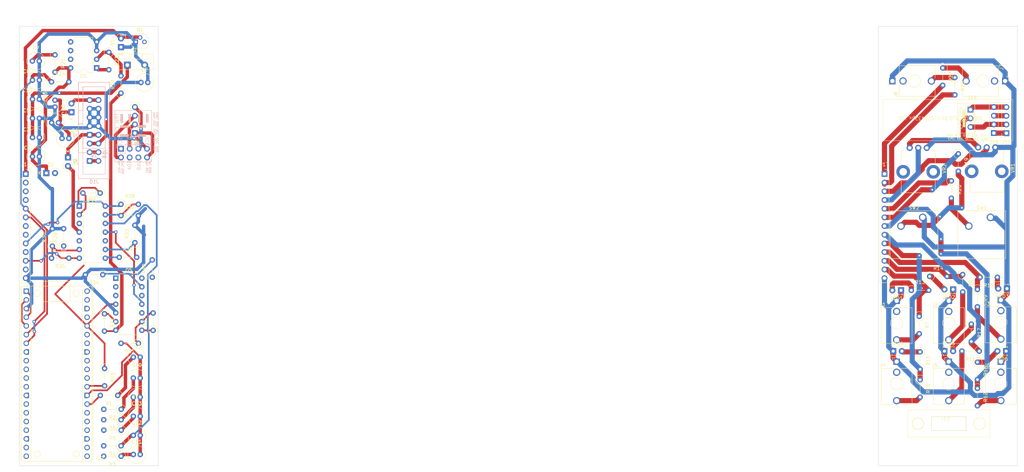
<source format=kicad_pcb>
(kicad_pcb (version 20221018) (generator pcbnew)
  (layers (0 "F.Cu" signal) (31 "B.Cu" signal) (34 "B.Paste" user) (35 "F.Paste" user) (36 "B.SilkS" user "B.Silkscreen") (37 "F.SilkS" user "F.Silkscreen") (38 "B.Mask" user) (39 "F.Mask" user) (44 "Edge.Cuts" user))
  (net 0 "")
  (net 1 "-12V")
  (net 2 "Net-(O3A-+)")
  (net 3 "Net-(O5C-+)")
  (net 4 "Net-(O3D-+)")
  (net 5 "Net-(O3C-+)")
  (net 6 "Net-(O5D-+)")
  (net 7 "Net-(D2-K)")
  (net 8 "Net-(D3-K)")
  (net 9 "Net-(D4-A)")
  (net 10 "Net-(J1-PadT)")
  (net 12 "Net-(J2-PadT)")
  (net 14 "Net-(J3-PadT)")
  (net 16 "Net-(J4-PadT)")
  (net 18 "Net-(J5-PadT)")
  (net 20 "Net-(J6-PadT)")
  (net 22 "Net-(J7-PadT)")
  (net 24 "Net-(J8-PadT)")
  (net 26 "Net-(LED1-A)")
  (net 27 "Net-(LED2-A)")
  (net 28 "Net-(LED3-A)")
  (net 29 "Net-(LED4-A)")
  (net 30 "Net-(LED5-A)")
  (net 31 "Net-(LED6-A)")
  (net 32 "GP26")
  (net 33 "Net-(O1A--)")
  (net 37 "Net-(O3A--)")
  (net 38 "Net-(O3B--)")
  (net 39 "Net-(O3C--)")
  (net 40 "Net-(O3D--)")
  (net 41 "Net-(O5-Pad7)")
  (net 42 "Net-(O5C--)")
  (net 43 "Net-(O5D--)")
  (net 44 "GP22")
  (net 45 "GP21")
  (net 46 "GP20")
  (net 47 "GP16")
  (net 48 "GP17")
  (net 49 "GP18")
  (net 50 "GP19")
  (net 51 "Net-(R19-Pad2)")
  (net 52 "Net-(R20-Pad2)")
  (net 67 "Net-(O3B-+)")
  (net 68 "CJD")
  (net 69 "CK1")
  (net 70 "CK2")
  (net 71 "CJ1")
  (net 72 "CJ2")
  (net 73 "CJ3")
  (net 74 "CJ4")
  (net 75 "CJ5")
  (net 76 "CJ6")
  (net 77 "CJA")
  (net 78 "CS2")
  (net 79 "CS1")
  (net 80 "CPC_GND")
  (net 81 "CPC_VCC")
  (net 82 "TPH VCC {slash} CPC SDA")
  (net 83 "TPH GND {slash} CPC SCL")
  (net 84 "TPH SDA {slash} CPC VCC")
  (net 85 "TPH SCL {slash} CPC GND")
  (net 86 "CPC_SCL")
  (net 87 "CPC_SDA")
  (net 88 "Net-(J10-Pin_1)")
  (net 89 "+5V")
  (net 90 "Net-(J10-Pin_3)")
  (net 91 "~")
  (footprint "Resistor_THT:R_Axial_DIN0207_L6.3mm_D2.5mm_P5.08mm_Vertical" (layer "F.Cu") (at 202.438 131.289 -90)
    (fp_text reference "R16")
    (fp_text value "4K7")
  )
  (footprint "Capacitor_THT:C_Radial_D5.0mm_H11.0mm_P2.00mm" (layer "F.Cu") (at -57.118 68.58)
    (fp_text reference "C3")
    (fp_text value "100nF")
  )
  (footprint "Resistor_THT:R_Axial_DIN0207_L6.3mm_D2.5mm_P5.08mm_Vertical" (layer "F.Cu") (at -31.213 161.798 180)
    (fp_text reference "R3")
    (fp_text value "1K")
  )
  (footprint "Library:OLED_switch_TPH-CPC_VCC+3v" (layer "F.Cu") (at 217.17 60.452)
    (fp_text reference "J14")
    (fp_text value "Conn_01x03_Pin")
  )
  (footprint "Resistor_THT:R_Axial_DIN0207_L6.3mm_D2.5mm_P5.08mm_Vertical" (layer "F.Cu") (at -26.162 128.778 180)
    (fp_text reference "R31")
    (fp_text value "100K")
  )
  (footprint "Resistor_THT:R_Axial_DIN0207_L6.3mm_D2.5mm_P5.08mm_Vertical" (layer "F.Cu") (at 217.424 123.161 -90)
    (fp_text reference "R17")
    (fp_text value "4K7")
  )
  (footprint "Resistor_THT:R_Axial_DIN0207_L6.3mm_D2.5mm_P5.08mm_Vertical" (layer "F.Cu") (at -46.482 103.886 180)
    (fp_text reference "R36")
    (fp_text value "220K")
  )
  (footprint "Resistor_THT:R_Axial_DIN0207_L6.3mm_D2.5mm_P5.08mm_Vertical" (layer "F.Cu") (at 211.582 81.28 -90)
    (fp_text reference "R20")
    (fp_text value "1K")
  )
  (footprint "Connector_Audio:Jack_3.5mm_QingPu_WQP-PJ398SM_Vertical_CircularHoles" (layer "F.Cu") (at 194.34 52.07 90)
    (fp_text reference "J8")
    (fp_text value "Analogue Input Jack")
  )
  (footprint "Capacitor_THT:C_Radial_D5.0mm_H11.0mm_P2.00mm" (layer "F.Cu") (at -27.625 155.702)
    (fp_text reference "C12")
    (fp_text value "100nF")
  )
  (footprint "Connector_Audio:Jack_3.5mm_QingPu_WQP-PJ398SM_Vertical_CircularHoles" (layer "F.Cu") (at 195.58 134.142)
    (fp_text reference "J4")
    (fp_text value "Output 4 Jack")
  )
  (footprint "Resistor_THT:R_Axial_DIN0207_L6.3mm_D2.5mm_P5.08mm_Vertical" (layer "F.Cu") (at -21.844 124.997 90)
    (fp_text reference "R37")
    (fp_text value "220K")
  )
  (footprint "Connector_PinSocket_2.54mm:PinSocket_1x04_P2.54mm_Vertical" (layer "F.Cu") (at -27.178 67.31 180)
    (fp_text reference "J18")
    (fp_text value "Conn_01x04_Pin")
  )
  (footprint "Capacitor_THT:C_Radial_D5.0mm_H11.0mm_P2.00mm" (layer "F.Cu") (at -27.625 132.842)
    (fp_text reference "C9")
    (fp_text value "100nF")
  )
  (footprint "Resistor_THT:R_Axial_DIN0207_L6.3mm_D2.5mm_P5.08mm_Vertical" (layer "F.Cu") (at -31.213 158.75 180)
    (fp_text reference "R4")
    (fp_text value "1K")
  )
  (footprint "LED_THT:LED_D1.8mm_W3.3mm_H2.4mm" (layer "F.Cu") (at 227.589 131.064 180)
    (fp_text reference "LED6")
    (fp_text value "LED")
  )
  (footprint "Capacitor_THT:C_Radial_D5.0mm_H11.0mm_P2.00mm" (layer "F.Cu") (at -25.4 52.501)
    (fp_text reference "C2")
    (fp_text value "1uF")
  )
  (footprint "Connector_PinSocket_2.54mm:PinSocket_1x13_P2.54mm_Vertical" (layer "F.Cu") (at -59.092691 79.248)
    (fp_text reference "J11")
    (fp_text value "Conn_01x13_Socket")
  )
  (footprint "Resistor_THT:R_Axial_DIN0207_L6.3mm_D2.5mm_P5.08mm_Vertical" (layer "F.Cu") (at 199.869 113.284)
    (fp_text reference "R13")
    (fp_text value "4K7")
  )
  (footprint "Diode_THT:D_A-405_P2.54mm_Vertical_KathodeUp" (layer "F.Cu") (at -46.736 74.422 -90)
    (fp_text reference "D4")
    (fp_text value "type=\"D\" model=\"DIODE\" lib=\"\"")
  )
  (footprint "Package_TO_SOT_THT:TO-220-2_Vertical" (layer "F.Cu") (at -29.391 47.421)
    (fp_text reference "U1")
    (fp_text value "L7805")
  )
  (footprint "Resistor_THT:R_Axial_DIN0207_L6.3mm_D2.5mm_P5.08mm_Vertical" (layer "F.Cu") (at 219.739 131.064 180)
    (fp_text reference "R11")
    (fp_text value "1K")
  )
  (footprint "Resistor_THT:R_Axial_DIN0207_L6.3mm_D2.5mm_P5.08mm_Vertical" (layer "F.Cu") (at -37.309 84.836 180)
    (fp_text reference "R35")
    (fp_text value "220K")
  )
  (footprint "Resistor_THT:R_Axial_DIN0207_L6.3mm_D2.5mm_P5.08mm_Vertical" (layer "F.Cu") (at -31.184 154.178 180)
    (fp_text reference "R5")
    (fp_text value "1K")
  )
  (footprint "Capacitor_THT:C_Radial_D5.0mm_H11.0mm_P2.00mm" (layer "F.Cu") (at -57.118 51.816)
    (fp_text reference "C8")
    (fp_text value "100nF")
  )
  (footprint "Capacitor_THT:C_Radial_D5.0mm_H11.0mm_P2.00mm" (layer "F.Cu") (at -27.625 161.29)
    (fp_text reference "C11")
    (fp_text value "100nF")
  )
  (footprint "Capacitor_THT:C_Radial_D5.0mm_H11.0mm_P2.00mm" (layer "F.Cu") (at -57.118 57.404)
    (fp_text reference "C15")
    (fp_text value "10uF")
  )
  (footprint "Connector_Audio:Jack_3.5mm_QingPu_WQP-PJ398SM_Vertical_CircularHoles" (layer "F.Cu") (at 210.82 116.362)
    (fp_text reference "J2")
    (fp_text value "Output 2 Jack")
  )
  (footprint "Resistor_THT:R_Axial_DIN0207_L6.3mm_D2.5mm_P5.08mm_Vertical" (layer "F.Cu") (at -36.039 136.144 -90)
    (fp_text reference "R26")
    (fp_text value "10K")
  )
  (footprint "Resistor_THT:R_Axial_DIN0207_L6.3mm_D2.5mm_P5.08mm_Vertical" (layer "F.Cu") (at 219.202 134.308 -90)
    (fp_text reference "R18")
    (fp_text value "4K7")
  )
  (footprint "Button_Switch_Keyboard:SW_Cherry_MX_1.00u_PCB" (layer "F.Cu") (at 203.2 91.948)
    (fp_text reference "SW2")
    (fp_text value "SW_Push")
  )
  (footprint "Resistor_THT:R_Axial_DIN0207_L6.3mm_D2.5mm_P5.08mm_Vertical" (layer "F.Cu") (at -32.2 144.018 180)
    (fp_text reference "R1")
    (fp_text value "1K")
  )
  (footprint "Library:RaspberryPi_Pico_Common_THT" (layer "F.Cu") (at -50.038 137.668)
    (fp_text reference "U2")
    (fp_text value "PICO_RP2040")
  )
  (footprint "Resistor_THT:R_Axial_DIN0207_L6.3mm_D2.5mm_P5.08mm_Vertical" (layer "F.Cu") (at -51.562 52.324)
    (fp_text reference "R24")
    (fp_text value "10K")
  )
  (footprint "Capacitor_THT:C_Radial_D5.0mm_H11.0mm_P2.00mm" (layer "F.Cu") (at -27.625 150.114)
    (fp_text reference "C13")
    (fp_text value "100nF")
  )
  (footprint "Resistor_THT:R_Axial_DIN0207_L6.3mm_D2.5mm_P5.08mm_Vertical" (layer "F.Cu") (at 213.614 73.377 -90)
    (fp_text reference "R19")
    (fp_text value "1K")
  )
  (footprint "Connector_Audio:Jack_3.5mm_QingPu_WQP-PJ398SM_Vertical_CircularHoles" (layer "F.Cu") (at 227.3 52.07 -90)
    (fp_text reference "J7")
    (fp_text value "Digital Input Jack")
  )
  (footprint "Capacitor_THT:C_Radial_D5.0mm_H11.0mm_P2.00mm" (layer "F.Cu") (at -51.53 64.278)
    (fp_text reference "C4")
    (fp_text value "100nF")
  )
  (footprint "Capacitor_THT:C_Radial_D5.0mm_H11.0mm_P2.00mm" (layer "F.Cu") (at -48.482 68.85)
    (fp_text reference "C6")
    (fp_text value "100nF")
  )
  (footprint "Resistor_THT:R_Axial_DIN0207_L6.3mm_D2.5mm_P5.08mm_Vertical" (layer "F.Cu") (at -50.546 44.421 -90)
    (fp_text reference "R25")
    (fp_text value "10K")
  )
  (footprint "Resistor_THT:R_Axial_DIN0207_L6.3mm_D2.5mm_P5.08mm_Vertical" (layer "F.Cu") (at -27.178 99.343 90)
    (fp_text reference "R33")
    (fp_text value "100K")
  )
  (footprint "Resistor_THT:R_Axial_DIN0207_L6.3mm_D2.5mm_P5.08mm_Vertical" (layer "F.Cu") (at -31.184 148.082 180)
    (fp_text reference "R2")
    (fp_text value "1K")
  )
  (footprint "Resistor_THT:R_Axial_DIN0207_L6.3mm_D2.5mm_P5.08mm_Vertical" (layer "F.Cu") (at -31.213 151.13 180)
    (fp_text reference "R6")
    (fp_text value "1K")
  )
  (footprint "Resistor_THT:R_Axial_DIN0207_L6.3mm_D2.5mm_P5.08mm_Vertical" (layer "F.Cu") (at -31.242 91.44)
    (fp_text reference "R32")
    (fp_text value "100K")
  )
  (footprint "Connector_Audio:Jack_3.5mm_QingPu_WQP-PJ398SM_Vertical_CircularHoles" (layer "F.Cu") (at 195.58 116.362)
    (fp_text reference "J1")
    (fp_text value "Output 1 Jack")
  )
  (footprint "Library:USBmicroB_panelMount" (layer "F.Cu") (at 210.82 152.273)
    (fp_text reference "J13")
    (fp_text value "USB_B_Micro")
    (fp_rect (start -5.08 -2.032) (end 5.08 2.032) (stroke (width 0.05)) (fill none) (layer "Edge.Cuts"))
  )
  (footprint "Resistor_THT:R_Axial_DIN0207_L6.3mm_D2.5mm_P5.08mm_Vertical" (layer "F.Cu") (at -31.75 103.632)
    (fp_text reference "R39")
    (fp_text value "220K")
  )
  (footprint "Diode_THT:D_A-405_P2.54mm_Vertical_KathodeUp" (layer "F.Cu") (at -31.242 42.164 90)
    (fp_text reference "D1")
    (fp_text value "type=\"D\" model=\"DIODE\" lib=\"\"")
  )
  (footprint "Connector_PinSocket_2.54mm:PinSocket_1x04_P2.54mm_Vertical" (layer "F.Cu") (at 224.003 67.31 180)
    (fp_text reference "J19")
    (fp_text value "Conn_01x04_Socket")
  )
  (footprint "LED_THT:LED_D1.8mm_W3.3mm_H2.4mm" (layer "F.Cu") (at 209.545 131.064)
    (fp_text reference "LED5")
    (fp_text value "LED")
  )
  (footprint "Resistor_THT:R_Axial_DIN0207_L6.3mm_D2.5mm_P5.08mm_Vertical" (layer "F.Cu") (at -22.098 109.474 90)
    (fp_text reference "R40")
    (fp_text value "220K")
  )
  (footprint "Diode_THT:D_A-405_P2.54mm_Vertical_KathodeUp" (layer "F.Cu") (at -45.72 61.19 90)
    (fp_text reference "D3")
    (fp_text value "type=\"D\" model=\"DIODE\" lib=\"\"")
  )
  (footprint "Connector_Audio:Jack_3.5mm_QingPu_WQP-PJ398SM_Vertical_CircularHoles" (layer "F.Cu") (at 226.06 116.14)
    (fp_text reference "J3")
    (fp_text value "Output 3 Jack")
  )
  (footprint "Connector_PinSocket_2.54mm:PinSocket_1x13_P2.54mm_Vertical" (layer "F.Cu") (at 192.024 79.248)
    (fp_text reference "J17")
    (fp_text value "Conn_01x13_Pin")
  )
  (footprint "Resistor_THT:R_Axial_DIN0207_L6.3mm_D2.5mm_P5.08mm_Vertical" (layer "F.Cu") (at -36.576 108.712 180)
    (fp_text reference "R34")
    (fp_text value "100K")
  )
  (footprint "Resistor_THT:R_Axial_DIN0207_L6.3mm_D2.5mm_P5.08mm_Vertical" (layer "F.Cu") (at 214.884 108.683 -90)
    (fp_text reference "R8")
    (fp_text value "1K")
  )
  (footprint "Resistor_THT:R_Axial_DIN0207_L6.3mm_D2.5mm_P5.08mm_Vertical" (layer "F.Cu") (at 212.598 51.054 -90)
    (fp_text reference "R28")
    (fp_text value "100K")
  )
  (footprint "Resistor_THT:R_Axial_DIN0207_L6.3mm_D2.5mm_P5.08mm_Vertical" (layer "F.Cu") (at 202.438 139.446 -90)
    (fp_text reference "R10")
    (fp_text value "1K")
  )
  (footprint "Package_DIP:DIP-14_W7.62mm" (layer "F.Cu") (at -32.766 109.728)
    (fp_text reference "O5")
    (fp_text value "TL074-2")
  )
  (footprint "Package_DIP:DIP-14_W7.62mm" (layer "F.Cu") (at -43.434 88.646)
    (fp_text reference "O3")
    (fp_text value "TL074-1")
  )
  (footprint "Button_Switch_Keyboard:SW_Cherry_MX_1.00u_PCB" (layer "F.Cu") (at 223.012 91.948)
    (fp_text reference "SW1")
    (fp_text value "SW_Push")
  )
  (footprint "Package_TO_SOT_THT:TO-92" (layer "F.Cu") (at -26.924 40.64)
    (fp_text reference "Q1")
    (fp_text value "2N2222")
  )
  (footprint "Capacitor_THT:C_Radial_D5.0mm_H11.0mm_P2.00mm" (layer "F.Cu") (at -57.118 62.992)
    (fp_text reference "C5")
    (fp_text value "100nF")
  )
  (footprint "Resistor_THT:R_Axial_DIN0207_L6.3mm_D2.5mm_P5.08mm_Vertical" (layer "F.Cu") (at 209.042 48.26 -90)
    (fp_text reference "R27")
    (fp_text value "100K")
  )
  (footprint "Resistor_THT:R_Axial_DIN0207_L6.3mm_D2.5mm_P5.08mm_Vertical" (layer "F.Cu") (at -51.308 100.359 90)
    (fp_text reference "R30")
    (fp_text value "100K")
  )
  (footprint "Capacitor_THT:C_Radial_D5.0mm_H11.0mm_P2.00mm" (layer "F.Cu") (at -27.625 144.526)
    (fp_text reference "C14")
    (fp_text value "100nF")
  )
  (footprint "Connector_Audio:Jack_3.5mm_QingPu_WQP-PJ398SM_Vertical_CircularHoles" (layer "F.Cu") (at 210.82 134.142)
    (fp_text reference "J5")
    (fp_text value "Output 5 Jack")
  )
  (footprint "Resistor_THT:R_Axial_DIN0207_L6.3mm_D2.5mm_P5.08mm_Vertical" (layer "F.Cu") (at 219.202 113.03 -90)
    (fp_text reference "R9")
    (fp_text value "1K")
  )
  (footprint "Resistor_THT:R_Axial_DIN0207_L6.3mm_D2.5mm_P5.08mm_Vertical" (layer "F.Cu") (at 202.184 120.904 -90)
    (fp_text reference "R7")
    (fp_text value "1K")
  )
  (footprint "Capacitor_THT:C_Radial_D5.0mm_H11.0mm_P2.00mm" (layer "F.Cu") (at -57.118 74.168)
    (fp_text reference "C1")
    (fp_text value "1uF")
  )
  (footprint "Potentiometer_THT:Potentiometer_Bourns_PTV09A-1_Single_Vertical" (layer "F.Cu") (at 219.414 71.486 -90)
    (fp_text reference "VR1")
    (fp_text value "KNOB 1")
  )
  (footprint "Resistor_THT:R_Axial_DIN0207_L6.3mm_D2.5mm_P5.08mm_Vertical" (layer "F.Cu") (at -48.006 100.33 90)
    (fp_text reference "R29")
    (fp_text value "100K")
  )
  (footprint "Resistor_THT:R_Axial_DIN0207_L6.3mm_D2.5mm_P5.08mm_Vertical" (layer "F.Cu") (at -31.242 88.138)
    (fp_text reference "R38")
    (fp_text value "220K")
  )
  (footprint "Capacitor_THT:C_Radial_D5.0mm_H11.0mm_P2.00mm" (layer "F.Cu") (at -50.546 59.69 90)
    (fp_text reference "C16")
    (fp_text value "10uF")
  )
  (footprint "LED_THT:LED_D1.8mm_W3.3mm_H2.4mm" (layer "F.Cu") (at 212.09 113.03 180)
    (fp_text reference "LED2")
    (fp_text value "LED")
  )
  (footprint "Capacitor_THT:C_Radial_D5.0mm_H11.0mm_P2.00mm" (layer "F.Cu") (at -57.143 46.228)
    (fp_text reference "C7")
    (fp_text value "100nF")
  )
  (footprint "Potentiometer_THT:Potentiometer_Bourns_PTV09A-1_Single_Vertical" (layer "F.Cu") (at 199.39 71.628 -90)
    (fp_text reference "VR2")
    (fp_text value "KNOB 2")
  )
  (footprint "Resistor_THT:R_Axial_DIN0207_L6.3mm_D2.5mm_P5.08mm_Vertical" (layer "F.Cu") (at -36.068 120.142 -90)
    (fp_text reference "R21")
    (fp_text value "22K")
  )
  (footprint "Resistor_THT:R_Axial_DIN0207_L6.3mm_D2.5mm_P5.08mm_Vertical" (layer "F.Cu") (at -34.798 43.688 -90)
    (fp_text reference "R23")
    (fp_text value "22K")
  )
  (footprint "Package_DIP:DIP-8_W7.62mm" (layer "F.Cu") (at -38.354 48.26 180)
    (fp_text reference "O1")
    (fp_text value "MCP6002")
  )
  (footprint "Resistor_THT:R_Axial_DIN0207_L6.3mm_D2.5mm_P5.08mm_Vertical" (layer "F.Cu") (at -31.242 55.626 90)
    (fp_text reference "R22")
    (fp_text value "22K")
  )
  (footprint "LED_THT:LED_D1.8mm_W3.3mm_H2.4mm" (layer "F.Cu") (at 194.564 131.064)
    (fp_text reference "LED4")
    (fp_text value "LED")
  )
  (footprint "Capacitor_THT:C_Radial_D5.0mm_H11.0mm_P2.00mm" (layer "F.Cu") (at -27.625 138.938)
    (fp_text reference "C10")
    (fp_text value "100nF")
  )
  (footprint "Library:LCD_OLED_0.91in_128x32px_I2C" (layer "F.Cu") (at 227.661 67.341 180)
    (fp_text reference "J12")
    (fp_text value "OLED 64x128")
  )
  (footprint "Diode_THT:D_A-405_P2.54mm_Vertical_KathodeUp" (layer "F.Cu") (at -53.062 78.994)
    (fp_text reference "D2")
    (fp_text value "type=\"D\" model=\"DIODE\" lib=\"\"")
  )
  (footprint "Connector_Audio:Jack_3.5mm_QingPu_WQP-PJ398SM_Vertical_CircularHoles" (layer "F.Cu") (at 226.06 134.142)
    (fp_text reference "J6")
    (fp_text value "Output 6 Jack")
  )
  (footprint "LED_THT:LED_D1.8mm_W3.3mm_H2.4mm" (layer "F.Cu") (at 227.838 112.776 180)
    (fp_text reference "LED3")
    (fp_text value "LED")
  )
  (footprint "Resistor_THT:R_Axial_DIN0207_L6.3mm_D2.5mm_P5.08mm_Vertical" (layer "F.Cu") (at 219.202 141.957 -90)
    (fp_text reference "R12")
    (fp_text value "1K")
  )
  (footprint "Resistor_THT:R_Axial_DIN0207_L6.3mm_D2.5mm_P5.08mm_Vertical" (layer "F.Cu") (at 205.232 109.22)
    (fp_text reference "R14")
    (fp_text value "4K7")
  )
  (footprint "LED_THT:LED_D1.8mm_W3.3mm_H2.4mm" (layer "F.Cu") (at 196.855 113.284 180)
    (fp_text reference "LED1")
    (fp_text value "LED")
  )
  (footprint "Resistor_THT:R_Axial_DIN0207_L6.3mm_D2.5mm_P5.08mm_Vertical" (layer "F.Cu") (at 225.044 109.474 180)
    (fp_text reference "R15")
    (fp_text value "4K7")
  )
  (footprint "Connector_IDC:IDC-Header_2x08_P2.54mm_Vertical" (layer "B.Cu") (at -40.386 75.438)
    (fp_text reference "J10")
    (fp_text value "Eurorack Power 2x8 16p")
  )
  (footprint "Library:OLED_switch_TPH-CPC" (layer "B.Cu") (at -31.242 71.882 -90)
    (fp_text reference "J16")
    (fp_text value "Conn_02x04_Top_Bottom")
  )
  (footprint "Connector_IDC:IDC-Header_2x05_P2.54mm_Vertical" (layer "B.Cu") (at -40.386 67.818)
    (fp_text reference "J9")
    (fp_text value "Eurorack Power 2x5 10p")
  )
  (gr_rect (start 190.246 36.068) (end 230.886 164.5666) (stroke (width 0.1)) (fill none) (layer "Edge.Cuts"))
  (gr_rect (start -60.96 36.068) (end -20.32 164.5666) (stroke (width 0.1)) (fill none) (layer "Edge.Cuts"))
  (segment (start -48.996 57.761968) (end -48.996 61.214) (width 1) (layer "F.Cu") (net 1))
  (segment (start -49.067968 57.69) (end -48.996 57.761968) (width 1) (layer "F.Cu") (net 1))
  (segment (start -27.432 111.76) (end -27.432 104.708478) (width 0.5) (layer "F.Cu") (net 1))
  (segment (start -32.766 99.374478) (end -32.766 96.266) (width 0.5) (layer "F.Cu") (net 1))
  (segment (start -48.996 63.744) (end -49.53 64.278) (width 1) (layer "F.Cu") (net 1))
  (segment (start -47.752 61.214) (end -48.996 61.214) (width 1) (layer "F.Cu") (net 1))
  (segment (start -49.53 64.278) (end -46.482 67.326) (width 1) (layer "F.Cu") (net 1))
  (segment (start -46.482 67.326) (end -46.482 68.85) (width 1) (layer "F.Cu") (net 1))
  (segment (start -48.996 61.214) (end -48.996 63.744) (width 1) (layer "F.Cu") (net 1))
  (segment (start -27.432 104.708478) (end -32.766 99.374478) (width 0.5) (layer "F.Cu") (net 1))
  (segment (start -47.728 61.19) (end -47.752 61.214) (width 1) (layer "F.Cu") (net 1))
  (segment (start -50.546 57.69) (end -49.067968 57.69) (width 1) (layer "F.Cu") (net 1))
  (segment (start -45.72 61.19) (end -47.728 61.19) (width 1) (layer "F.Cu") (net 1))
  (via (at -27.432 111.76) (size 1) (drill 0.5) (layers "F.Cu" "B.Cu") (net 1))
  (via (at -32.766 96.266) (size 1) (drill 0.5) (layers "F.Cu" "B.Cu") (net 1))
  (segment (start -32.766 96.266) (end -35.814 96.266) (width 0.5) (layer "B.Cu") (net 1))
  (segment (start -27.432 114.360478) (end -27.432 111.76) (width 0.5) (layer "B.Cu") (net 1))
  (segment (start -25.146 116.646478) (end -27.432 114.360478) (width 0.5) (layer "B.Cu") (net 1))
  (segment (start -25.146 117.348) (end -25.146 116.646478) (width 0.5) (layer "B.Cu") (net 1))
  (segment (start -29.943 141.761) (end -29.943 135.16) (width 1) (layer "F.Cu") (net 2))
  (segment (start -29.927 135.144) (end -27.625 132.842) (width 1) (layer "F.Cu") (net 2))
  (segment (start -32.2 144.018) (end -29.943 141.761) (width 1) (layer "F.Cu") (net 2))
  (segment (start -29.943 135.16) (end -29.927 135.144) (width 1) (layer "F.Cu") (net 2))
  (segment (start -27.625 161.29) (end -30.705 161.29) (width 1) (layer "F.Cu") (net 3))
  (segment (start -30.705 161.29) (end -31.213 161.798) (width 1) (layer "F.Cu") (net 3))
  (segment (start -27.625 155.702) (end -28.165 155.702) (width 1) (layer "F.Cu") (net 4))
  (segment (start -28.165 155.702) (end -31.213 158.75) (width 1) (layer "F.Cu") (net 4))
  (segment (start -24.527713 88.391499) (end -23.699287 88.391499) (width 0.5) (layer "B.Cu") (net 4))
  (segment (start -23.114 151.191) (end -27.625 155.702) (width 0.5) (layer "B.Cu") (net 4))
  (segment (start -35.814 93.726) (end -30.286478 93.726) (width 0.5) (layer "B.Cu") (net 4))
  (segment (start -20.798 106.141522) (end -23.398 108.741522) (width 0.5) (layer "B.Cu") (net 4))
  (segment (start -26.276214 90.14) (end -24.527713 88.391499) (width 0.5) (layer "B.Cu") (net 4))
  (segment (start -30.286478 93.726) (end -26.700478 90.14) (width 0.5) (layer "B.Cu") (net 4))
  (segment (start -26.700478 90.14) (end -26.276214 90.14) (width 0.5) (layer "B.Cu") (net 4))
  (segment (start -20.798 91.292786) (end -20.798 106.141522) (width 0.5) (layer "B.Cu") (net 4))
  (segment (start -23.398 108.741522) (end -23.398 125.281478) (width 0.5) (layer "B.Cu") (net 4))
  (segment (start -23.398 125.281478) (end -23.114 125.565478) (width 0.5) (layer "B.Cu") (net 4))
  (segment (start -23.699287 88.391499) (end -20.798 91.292786) (width 0.5) (layer "B.Cu") (net 4))
  (segment (start -23.114 125.565478) (end -23.114 151.191) (width 0.5) (layer "B.Cu") (net 4))
  (segment (start -27.625 150.114) (end -27.625 150.619) (width 1) (layer "F.Cu") (net 5))
  (segment (start -27.625 150.619) (end -31.184 154.178) (width 1) (layer "F.Cu") (net 5))
  (segment (start -27.625 147.542) (end -27.625 144.526) (width 1) (layer "F.Cu") (net 6))
  (segment (start -31.213 151.13) (end -27.625 147.542) (width 1) (layer "F.Cu") (net 6))
  (segment (start -40.386 57.658) (end -44.728 57.658) (width 1) (layer "F.Cu") (net 8))
  (segment (start -44.728 57.658) (end -45.72 58.65) (width 1) (layer "F.Cu") (net 8))
  (segment (start -41.656 57.658) (end -37.846 57.658) (width 1) (layer "F.Cu") (net 8))
  (segment (start -40.386 67.818) (end -42.672 67.818) (width 1) (layer "F.Cu") (net 9))
  (segment (start -46.736 71.882) (end -46.736 74.422) (width 1) (layer "F.Cu") (net 9))
  (segment (start -37.846 67.818) (end -40.386 67.818) (width 1) (layer "F.Cu") (net 9))
  (segment (start -42.672 67.818) (end -46.736 71.882) (width 1) (layer "F.Cu") (net 9))
  (segment (start 200.406 127.762) (end 195.58 127.762) (width 1.5) (layer "F.Cu") (net 10))
  (segment (start 202.184 125.984) (end 200.406 127.762) (width 1.5) (layer "F.Cu") (net 10))
  (segment (start 214.884 113.763) (end 214.884 123.698) (width 1.5) (layer "F.Cu") (net 12))
  (segment (start 214.884 123.698) (end 210.82 127.762) (width 1.5) (layer "F.Cu") (net 12))
  (segment (start 219.202 120.682) (end 226.06 127.54) (width 1.5) (layer "F.Cu") (net 14))
  (segment (start 219.202 118.11) (end 219.202 120.682) (width 1.5) (layer "F.Cu") (net 14))
  (segment (start 202.438 144.526) (end 201.422 145.542) (width 1.5) (layer "F.Cu") (net 16))
  (segment (start 201.422 145.542) (end 195.58 145.542) (width 1.5) (layer "F.Cu") (net 16))
  (segment (start 214.659 131.064) (end 214.659 141.703) (width 1.5) (layer "F.Cu") (net 18))
  (segment (start 214.659 141.703) (end 210.82 145.542) (width 1.5) (layer "F.Cu") (net 18))
  (segment (start 220.443 145.796) (end 220.98 145.796) (width 1.5) (layer "F.Cu") (net 20))
  (segment (start 219.202 147.037) (end 220.443 145.796) (width 1.5) (layer "F.Cu") (net 20))
  (segment (start 220.98 145.796) (end 221.234 145.542) (width 1.5) (layer "F.Cu") (net 20))
  (segment (start 221.234 145.542) (end 226.06 145.542) (width 1.5) (layer "F.Cu") (net 20))
  (segment (start 215.9 52.07) (end 215.9 50.563863) (width 1.5) (layer "F.Cu") (net 22))
  (segment (start 213.596137 48.26) (end 209.042 48.26) (width 1.5) (layer "F.Cu") (net 22))
  (segment (start 215.9 50.563863) (end 213.596137 48.26) (width 1.5) (layer "F.Cu") (net 22))
  (segment (start 212.598 51.054) (end 206.756 51.054) (width 1.5) (layer "F.Cu") (net 24))
  (segment (start 206.756 51.054) (end 205.74 52.07) (width 1.5) (layer "F.Cu") (net 24))
  (segment (start 199.005 111.134) (end 194.705 111.134) (width 1.5) (layer "F.Cu") (net 26))
  (segment (start 199.869 113.284) (end 199.869 111.998) (width 1.5) (layer "F.Cu") (net 26))
  (segment (start 199.869 111.998) (end 199.005 111.134) (width 1.5) (layer "F.Cu") (net 26))
  (segment (start 194.315 111.524) (end 194.315 113.284) (width 1.5) (layer "F.Cu") (net 26))
  (segment (start 194.705 111.134) (end 194.315 111.524) (width 1.5) (layer "F.Cu") (net 26))
  (segment (start 205.232 109.22) (end 205.74 109.22) (width 1.5) (layer "F.Cu") (net 27))
  (segment (start 205.74 109.22) (end 209.55 113.03) (width 1.5) (layer "F.Cu") (net 27))
  (segment (start 225.044 112.522) (end 225.298 112.776) (width 1.5) (layer "F.Cu") (net 28))
  (segment (start 225.044 109.474) (end 225.044 112.522) (width 1.5) (layer "F.Cu") (net 28))
  (segment (start 197.329 131.289) (end 197.104 131.064) (width 1.5) (layer "F.Cu") (net 29))
  (segment (start 202.438 131.289) (end 197.329 131.289) (width 1.5) (layer "F.Cu") (net 29))
  (segment (start 212.085 129.770905) (end 217.424 124.431905) (width 1.5) (layer "F.Cu") (net 30))
  (segment (start 212.085 131.064) (end 212.085 129.770905) (width 1.5) (layer "F.Cu") (net 30))
  (segment (start 217.424 124.431905) (end 217.424 123.161) (width 1.5) (layer "F.Cu") (net 30))
  (segment (start 225.049 131.064) (end 221.805 134.308) (width 1.5) (layer "F.Cu") (net 31))
  (segment (start 221.805 134.308) (end 219.202 134.308) (width 1.5) (layer "F.Cu") (net 31))
  (segment (start -34.798 48.768) (end -37.846 48.768) (width 1) (layer "F.Cu") (net 32))
  (segment (start -37.846 48.768) (end -38.354 48.26) (width 1) (layer "F.Cu") (net 32))
  (segment (start -34.798 43.688) (end -36.322 43.688) (width 1) (layer "F.Cu") (net 33))
  (segment (start -31.242 47.244) (end -34.798 43.688) (width 1) (layer "F.Cu") (net 33))
  (segment (start -36.322 43.688) (end -38.354 45.72) (width 1) (layer "F.Cu") (net 33))
  (segment (start -31.242 50.546) (end -31.242 47.244) (width 1) (layer "F.Cu") (net 33))
  (segment (start -41.589001 89.341001) (end -41.589001 85.635999) (width 0.5) (layer "F.Cu") (net 37))
  (segment (start -41.589001 85.635999) (end -42.389 84.836) (width 0.5) (layer "F.Cu") (net 37))
  (segment (start -43.434 91.186) (end -41.589001 89.341001) (width 0.5) (layer "F.Cu") (net 37))
  (segment (start -43.718 101.63) (end -43.434 101.346) (width 0.5) (layer "F.Cu") (net 38))
  (segment (start -51.308 103.632) (end -51.562 103.886) (width 0.5) (layer "F.Cu") (net 38))
  (segment (start -51.308 100.359) (end -51.308 103.632) (width 0.5) (layer "F.Cu") (net 38))
  (segment (start -50.037 101.63) (end -43.718 101.63) (width 0.5) (layer "F.Cu") (net 38))
  (segment (start -51.308 100.359) (end -50.037 101.63) (width 0.5) (layer "F.Cu") (net 38))
  (segment (start -27.178 99.343) (end -27.178 103.124) (width 0.5) (layer "F.Cu") (net 39))
  (segment (start -27.178 103.124) (end -26.67 103.632) (width 0.5) (layer "F.Cu") (net 39))
  (segment (start -35.814 101.346) (end -29.181 101.346) (width 0.5) (layer "B.Cu") (net 39))
  (segment (start -29.181 101.346) (end -27.178 99.343) (width 0.5) (layer "B.Cu") (net 39))
  (segment (start -26.162 88.138) (end -27.94 88.138) (width 0.5) (layer "F.Cu") (net 40))
  (segment (start -27.94 88.138) (end -31.242 91.44) (width 0.5) (layer "F.Cu") (net 40))
  (segment (start -35.814 91.186) (end -31.496 91.186) (width 0.5) (layer "B.Cu") (net 40))
  (segment (start -31.496 91.186) (end -31.242 91.44) (width 0.5) (layer "B.Cu") (net 40))
  (segment (start -30.988 108.406) (end -30.988 123.19) (width 1) (layer "F.Cu") (net 41))
  (segment (start -34.264 105.13) (end -30.988 108.406) (width 1) (layer "F.Cu") (net 41))
  (segment (start -34.264 58.648) (end -34.264 105.13) (width 1) (layer "F.Cu") (net 41))
  (segment (start -33.02 125.222) (end -32.766 124.968) (width 0.5) (layer "F.Cu") (net 41))
  (segment (start -31.242 55.626) (end -34.264 58.648) (width 1) (layer "F.Cu") (net 41))
  (segment (start -30.988 123.19) (end -32.766 124.968) (width 1) (layer "F.Cu") (net 41))
  (segment (start -36.068 125.222) (end -33.02 125.222) (width 0.5) (layer "F.Cu") (net 41))
  (segment (start -21.844 119.917) (end -22.635 119.917) (width 0.5) (layer "F.Cu") (net 42))
  (segment (start -25.146 122.428) (end -26.961999 124.243999) (width 0.5) (layer "F.Cu") (net 42))
  (segment (start -22.635 119.917) (end -25.146 122.428) (width 0.5) (layer "F.Cu") (net 42))
  (segment (start -26.961999 127.978001) (end -26.162 128.778) (width 0.5) (layer "F.Cu") (net 42))
  (segment (start -26.961999 124.243999) (end -26.961999 127.978001) (width 0.5) (layer "F.Cu") (net 42))
  (segment (start -25.146 112.268) (end -28.829 108.585) (width 0.5) (layer "B.Cu") (net 43))
  (segment (start -28.829 108.585) (end -28.986 108.428) (width 0.5) (layer "B.Cu") (net 43))
  (segment (start -28.986 108.428) (end -36.292 108.428) (width 0.5) (layer "B.Cu") (net 43))
  (segment (start -26.289 108.585) (end -22.098 104.394) (width 0.5) (layer "B.Cu") (net 43))
  (segment (start -28.829 108.585) (end -26.289 108.585) (width 0.5) (layer "B.Cu") (net 43))
  (segment (start -36.292 108.428) (end -36.576 108.712) (width 0.5) (layer "B.Cu") (net 43))
  (segment (start -36.039 141.224) (end -40.894 141.224) (width 0.5) (layer "F.Cu") (net 44))
  (segment (start -40.894 141.224) (end -41.148 141.478) (width 0.5) (layer "F.Cu") (net 44))
  (segment (start -41.148 146.558) (end -39.82 146.558) (width 0.5) (layer "F.Cu") (net 45))
  (segment (start -39.82 146.558) (end -37.28 144.018) (width 0.5) (layer "F.Cu") (net 45))
  (segment (start 196.85 94.488) (end 197.949999 93.388001) (width 1.5) (layer "F.Cu") (net 51))
  (segment (start 201.262642 93.388001) (end 202.172641 94.298) (width 1.5) (layer "F.Cu") (net 51))
  (segment (start 202.172641 94.298) (end 205.676 94.298) (width 1.5) (layer "F.Cu") (net 51))
  (segment (start 213.614 79.58837) (end 213.614 78.457) (width 1.5) (layer "F.Cu") (net 51))
  (segment (start 197.949999 93.388001) (end 201.262642 93.388001) (width 1.5) (layer "F.Cu") (net 51))
  (segment (start 214.63 89.154) (end 214.63 80.60437) (width 1.5) (layer "F.Cu") (net 51))
  (segment (start 205.676 94.298) (end 208.262 91.712) (width 1.5) (layer "F.Cu") (net 51))
  (segment (start 214.63 80.60437) (end 213.614 79.58837) (width 1.5) (layer "F.Cu") (net 51))
  (via (at 214.63 89.154) (size 1) (drill 0.5) (layers "F.Cu" "B.Cu") (net 51))
  (via (at 208.262 91.712) (size 1) (drill 0.5) (layers "F.Cu" "B.Cu") (net 51))
  (segment (start 214.63 89.154) (end 210.82 89.154) (width 1.5) (layer "B.Cu") (net 51))
  (segment (start 210.82 89.154) (end 208.262 91.712) (width 1.5) (layer "B.Cu") (net 51))
  (segment (start 211.582 89.408) (end 211.582 86.36) (width 1.5) (layer "F.Cu") (net 52))
  (segment (start 216.662 94.488) (end 211.582 89.408) (width 1.5) (layer "F.Cu") (net 52))
  (segment (start -30.384001 144.713001) (end -30.384001 147.282001) (width 1) (layer "F.Cu") (net 67))
  (segment (start -30.384001 147.282001) (end -31.184 148.082) (width 1) (layer "F.Cu") (net 67))
  (segment (start -27.625 141.954) (end -30.384001 144.713001) (width 1) (layer "F.Cu") (net 67))
  (segment (start -27.625 138.938) (end -27.625 141.954) (width 1) (layer "F.Cu") (net 67))
  (segment (start -31.242 39.624) (end -30.858 39.24) (width 1) (layer "F.Cu") (net 68))
  (segment (start -59.092691 79.248) (end -59.092691 45.985659) (width 1) (layer "F.Cu") (net 68))
  (segment (start 209.042 53.34) (end 192.024 70.358) (width 1.5) (layer "F.Cu") (net 68))
  (segment (start -59.092691 45.985659) (end -59.182 45.89635) (width 1) (layer "F.Cu") (net 68))
  (segment (start 192.024 70.358) (end 192.024 79.248) (width 1.5) (layer "F.Cu") (net 68))
  (segment (start -33.528 37.338) (end -31.242 39.624) (width 1) (layer "F.Cu") (net 68))
  (segment (start -59.182 42.418) (end -54.102 37.338) (width 1) (layer "F.Cu") (net 68))
  (segment (start -30.858 39.24) (end -25.654 39.24) (width 1) (layer "F.Cu") (net 68))
  (segment (start -59.182 45.89635) (end -59.182 42.418) (width 1) (layer "F.Cu") (net 68))
  (segment (start -54.102 37.338) (end -33.528 37.338) (width 1) (layer "F.Cu") (net 68))
  (segment (start 217.234138 73.636) (end 220.30456 73.636) (width 1.5) (layer "F.Cu") (net 69))
  (segment (start 196.979572 81.878) (end 199.046 81.878) (width 1.5) (layer "F.Cu") (net 69))
  (segment (start 192.024 84.328) (end 194.529572 84.328) (width 1.5) (layer "F.Cu") (net 69))
  (segment (start 214.463138 76.407) (end 217.234138 73.636) (width 1.5) (layer "F.Cu") (net 69))
  (segment (start 199.046 81.878) (end 203.04 77.884) (width 1.5) (layer "F.Cu") (net 69))
  (segment (start 203.04 77.884) (end 203.04 77.281805) (width 1.5) (layer "F.Cu") (net 69))
  (segment (start 211.735862 75.378) (end 212.764862 76.407) (width 1.5) (layer "F.Cu") (net 69))
  (segment (start 220.30456 73.636) (end 221.914 72.02656) (width 1.5) (layer "F.Cu") (net 69))
  (segment (start 203.04 77.281805) (end 204.943805 75.378) (width 1.5) (layer "F.Cu") (net 69))
  (segment (start 194.529572 84.328) (end 196.979572 81.878) (width 1.5) (layer "F.Cu") (net 69))
  (segment (start 204.943805 75.378) (end 211.735862 75.378) (width 1.5) (layer "F.Cu") (net 69))
  (segment (start 212.764862 76.407) (end 214.463138 76.407) (width 1.5) (layer "F.Cu") (net 69))
  (segment (start 221.914 72.02656) (end 221.914 71.486) (width 1.5) (layer "F.Cu") (net 69))
  (segment (start 201.89 79.034) (end 201.89 71.628) (width 1.5) (layer "B.Cu") (net 70))
  (segment (start 194.056 86.868) (end 201.89 79.034) (width 1.5) (layer "B.Cu") (net 70))
  (segment (start 192.024 86.868) (end 194.056 86.868) (width 1.5) (layer "B.Cu") (net 70))
  (segment (start 200.799 109.134) (end 204.949 113.284) (width 1.5) (layer "F.Cu") (net 71))
  (segment (start -43.689 88.391) (end -43.689 84.297522) (width 0.5) (layer "F.Cu") (net 71))
  (segment (start 192.024 107.188) (end 192.872 107.188) (width 1.5) (layer "F.Cu") (net 71))
  (segment (start 202.184 114.808) (end 202.184 120.904) (width 1.5) (layer "F.Cu") (net 71))
  (segment (start 194.818 109.134) (end 200.799 109.134) (width 1.5) (layer "F.Cu") (net 71))
  (segment (start -43.689 84.297522) (end -42.703478 83.312) (width 0.5) (layer "F.Cu") (net 71))
  (segment (start -38.833 83.312) (end -37.309 84.836) (width 0.5) (layer "F.Cu") (net 71))
  (segment (start -43.434 88.646) (end -43.689 88.391) (width 0.5) (layer "F.Cu") (net 71))
  (segment (start 204.949 113.284) (end 203.708 113.284) (width 1.5) (layer "F.Cu") (net 71))
  (segment (start -42.703478 83.312) (end -38.833 83.312) (width 0.5) (layer "F.Cu") (net 71))
  (segment (start 192.872 107.188) (end 194.818 109.134) (width 1.5) (layer "F.Cu") (net 71))
  (segment (start 203.708 113.284) (end 202.184 114.808) (width 1.5) (layer "F.Cu") (net 71))
  (segment (start 195.646428 107.134) (end 208.226 107.134) (width 1.5) (layer "F.Cu") (net 72))
  (segment (start 214.347 109.22) (end 214.884 108.683) (width 1.5) (layer "F.Cu") (net 72))
  (segment (start 193.160428 104.648) (end 195.646428 107.134) (width 1.5) (layer "F.Cu") (net 72))
  (segment (start -54.6115 104.648) (end -59.092691 104.648) (width 0.5) (layer "F.Cu") (net 72))
  (segment (start 192.024 104.648) (end 193.160428 104.648) (width 1.5) (layer "F.Cu") (net 72))
  (segment (start 210.312 109.22) (end 214.347 109.22) (width 1.5) (layer "F.Cu") (net 72))
  (segment (start 208.226 107.134) (end 210.312 109.22) (width 1.5) (layer "F.Cu") (net 72))
  (segment (start -48.781514 103.886) (end -50.038014 102.6295) (width 0.5) (layer "F.Cu") (net 72))
  (segment (start -46.482 103.886) (end -48.781514 103.886) (width 0.5) (layer "F.Cu") (net 72))
  (segment (start -46.482 103.886) (end -43.434 103.886) (width 0.5) (layer "F.Cu") (net 72))
  (via (at -54.6115 104.648) (size 1) (drill 0.5) (layers "F.Cu" "B.Cu") (net 72))
  (via (at -50.038014 102.6295) (size 1) (drill 0.5) (layers "F.Cu" "B.Cu") (net 72))
  (segment (start -54.6115 104.648) (end -52.3255 102.362) (width 0.5) (layer "B.Cu") (net 72))
  (segment (start -50.305514 102.362) (end -50.038014 102.6295) (width 0.5) (layer "B.Cu") (net 72))
  (segment (start -52.3255 102.362) (end -50.305514 102.362) (width 0.5) (layer "B.Cu") (net 72))
  (segment (start 215.624 105.134) (end 219.964 109.474) (width 1.5) (layer "F.Cu") (net 73))
  (segment (start 219.202 113.03) (end 219.202 110.236) (width 1.5) (layer "F.Cu") (net 73))
  (segment (start 219.202 110.236) (end 219.964 109.474) (width 1.5) (layer "F.Cu") (net 73))
  (segment (start -25.117 124.997) (end -25.146 124.968) (width 0.5) (layer "F.Cu") (net 73))
  (segment (start 192.024 102.108) (end 193.448856 102.108) (width 1.5) (layer "F.Cu") (net 73))
  (segment (start -21.844 124.997) (end -25.117 124.997) (width 0.5) (layer "F.Cu") (net 73))
  (segment (start 193.448856 102.108) (end 196.474856 105.134) (width 1.5) (layer "F.Cu") (net 73))
  (segment (start 196.474856 105.134) (end 215.624 105.134) (width 1.5) (layer "F.Cu") (net 73))
  (segment (start 202.438 136.369) (end 202.438 139.446) (width 1.5) (layer "F.Cu") (net 74))
  (segment (start 197.293284 103.124) (end 193.737284 99.568) (width 1.5) (layer "F.Cu") (net 74))
  (segment (start -49.784 93.472) (end -52.07 93.472) (width 0.5) (layer "F.Cu") (net 74))
  (segment (start -52.07 93.472) (end -52.578 93.98) (width 0.5) (layer "F.Cu") (net 74))
  (segment (start 193.737284 99.568) (end 192.024 99.568) (width 1.5) (layer "F.Cu") (net 74))
  (segment (start 202.184 103.124) (end 197.293284 103.124) (width 1.5) (layer "F.Cu") (net 74))
  (via (at -52.578 93.98) (size 1) (drill 0.5) (layers "F.Cu" "B.Cu") (net 74))
  (via (at -49.784 93.472) (size 1) (drill 0.5) (layers "F.Cu" "B.Cu") (net 74))
  (via (at 202.184 103.124) (size 1) (drill 0.5) (layers "F.Cu" "B.Cu") (net 74))
  (segment (start 202.184 103.378) (end 202.184 103.124) (width 1.5) (layer "B.Cu") (net 74))
  (segment (start -35.814 88.646) (end -31.75 88.646) (width 0.5) (layer "B.Cu") (net 74))
  (segment (start -52.578 93.98) (end -53.504691 93.98) (width 0.5) (layer "B.Cu") (net 74))
  (segment (start 202.438 136.369) (end 200.134 134.065) (width 1.5) (layer "B.Cu") (net 74))
  (segment (start 200.134 115.918138) (end 202.184 113.868138) (width 1.5) (layer "B.Cu") (net 74))
  (segment (start -49.784 92.44) (end -49.784 93.472) (width 0.5) (layer "B.Cu") (net 74))
  (segment (start -37.114 87.346) (end -44.69 87.346) (width 0.5) (layer "B.Cu") (net 74))
  (segment (start -31.75 88.646) (end -31.242 88.138) (width 0.5) (layer "B.Cu") (net 74))
  (segment (start 200.134 134.065) (end 200.134 115.918138) (width 1.5) (layer "B.Cu") (net 74))
  (segment (start -44.69 87.346) (end -49.784 92.44) (width 0.5) (layer "B.Cu") (net 74))
  (segment (start -35.814 88.646) (end -37.114 87.346) (width 0.5) (layer "B.Cu") (net 74))
  (segment (start -53.504691 93.98) (end -59.092691 99.568) (width 0.5) (layer "B.Cu") (net 74))
  (segment (start 202.184 113.868138) (end 202.184 103.378) (width 1.5) (layer "B.Cu") (net 74))
  (segment (start 217.424 128.749) (end 219.739 131.064) (width 1.5) (layer "F.Cu") (net 75))
  (segment (start 217.424 128.241) (end 217.424 128.749) (width 1.5) (layer "F.Cu") (net 75))
  (segment (start 212.362 108.370862) (end 212.362 109.238) (width 1.5) (layer "B.Cu") (net 75))
  (segment (start 192.453849 97.028) (end 195.453849 100.028) (width 1.5) (layer "B.Cu") (net 75))
  (segment (start 213.868 110.744) (end 214.764138 110.744) (width 1.5) (layer "B.Cu") (net 75))
  (segment (start -31.75 103.632) (end -35.56 103.632) (width 0.5) (layer "B.Cu") (net 75))
  (segment (start 209.804 106.714428) (end 210.705566 106.714428) (width 1.5) (layer "B.Cu") (net 75))
  (segment (start 214.764138 110.744) (end 216.934 112.913862) (width 1.5) (layer "B.Cu") (net 75))
  (segment (start 210.705566 106.714428) (end 212.362 108.370862) (width 1.5) (layer "B.Cu") (net 75))
  (segment (start 195.453849 100.028) (end 203.117572 100.028) (width 1.5) (layer "B.Cu") (net 75))
  (segment (start 219.474 121.281138) (end 219.474 126.191) (width 1.5) (layer "B.Cu") (net 75))
  (segment (start 192.024 97.028) (end 192.453849 97.028) (width 1.5) (layer "B.Cu") (net 75))
  (segment (start 219.474 126.191) (end 217.424 128.241) (width 1.5) (layer "B.Cu") (net 75))
  (segment (start 203.117572 100.028) (end 209.804 106.714428) (width 1.5) (layer "B.Cu") (net 75))
  (segment (start -35.56 103.632) (end -35.814 103.886) (width 0.5) (layer "B.Cu") (net 75))
  (segment (start 216.934 112.913862) (end 216.934 118.741138) (width 1.5) (layer "B.Cu") (net 75))
  (segment (start 216.934 118.741138) (end 219.474 121.281138) (width 1.5) (layer "B.Cu") (net 75))
  (segment (start 212.362 109.238) (end 213.868 110.744) (width 1.5) (layer "B.Cu") (net 75))
  (segment (start 208.534 98.298) (end 208.534 102.616) (width 1.5) (layer "F.Cu") (net 76))
  (segment (start 219.202 139.388) (end 219.202 141.957) (width 1.5) (layer "F.Cu") (net 76))
  (via (at 208.534 98.298) (size 1) (drill 0.5) (layers "F.Cu" "B.Cu") (net 76))
  (via (at 208.534 102.616) (size 1) (drill 0.5) (layers "F.Cu" "B.Cu") (net 76))
  (segment (start 216.005138 102.616) (end 222.014 108.624862) (width 1.5) (layer "B.Cu") (net 76))
  (segment (start 204.406 89.598) (end 206.262 91.454) (width 1.5) (layer "B.Cu") (net 76))
  (segment (start 192.024 94.488) (end 193.526598 94.488) (width 1.5) (layer "B.Cu") (net 76))
  (segment (start 206.262 91.454) (end 206.262 94.756) (width 1.5) (layer "B.Cu") (net 76))
  (segment (start 208.534 102.616) (end 216.005138 102.616) (width 1.5) (layer "B.Cu") (net 76))
  (segment (start 222.014 108.624862) (end 222.014 136.576) (width 1.5) (layer "B.Cu") (net 76))
  (segment (start 222.014 136.576) (end 219.202 139.388) (width 1.5) (layer "B.Cu") (net 76))
  (segment (start 206.262 94.756) (end 208.534 97.028) (width 1.5) (layer "B.Cu") (net 76))
  (segment (start 198.416598 89.598) (end 204.406 89.598) (width 1.5) (layer "B.Cu") (net 76))
  (segment (start 208.534 97.028) (end 208.534 98.298) (width 1.5) (layer "B.Cu") (net 76))
  (segment (start 193.526598 94.488) (end 198.416598 89.598) (width 1.5) (layer "B.Cu") (net 76))
  (segment (start -36.068 120.142) (end -35.052 120.142) (width 0.5) (layer "F.Cu") (net 77))
  (segment (start 194.124 81.348) (end 193.684 81.788) (width 1.5) (layer "F.Cu") (net 77))
  (segment (start -35.052 120.142) (end -32.766 122.428) (width 0.5) (layer "F.Cu") (net 77))
  (segment (start 209.076428 56.134) (end 194.124 71.086428) (width 1.5) (layer "F.Cu") (net 77))
  (segment (start 194.124 71.086428) (end 194.124 81.348) (width 1.5) (layer "F.Cu") (net 77))
  (segment (start 212.598 56.134) (end 209.076428 56.134) (width 1.5) (layer "F.Cu") (net 77))
  (segment (start 192.024 81.788) (end 192.024 82.228) (width 1.5) (layer "F.Cu") (net 77))
  (segment (start 193.684 81.788) (end 192.024 81.788) (width 1.5) (layer "F.Cu") (net 77))
  (segment (start -57.613351 91.948) (end -59.092691 91.948) (width 0.5) (layer "F.Cu") (net 78))
  (segment (start -56.642 122.428) (end -53.612 119.398) (width 0.5) (layer "F.Cu") (net 78))
  (segment (start 192.024 91.948) (end 194.852428 91.948) (width 1.5) (layer "F.Cu") (net 78))
  (segment (start -53.612 119.398) (end -53.612 95.949351) (width 0.5) (layer "F.Cu") (net 78))
  (segment (start -53.612 95.949351) (end -57.613351 91.948) (width 0.5) (layer "F.Cu") (net 78))
  (segment (start -57.143 46.228) (end -57.143 46.035968) (width 1) (layer "F.Cu") (net 78))
  (segment (start -56.570246 126.420246) (end -56.570246 125.293754) (width 0.5) (layer "F.Cu") (net 78))
  (segment (start -55.528032 44.421) (end -50.546 44.421) (width 1) (layer "F.Cu") (net 78))
  (segment (start 202.922428 83.878) (end 205.994 83.878) (width 1.5) (layer "F.Cu") (net 78))
  (segment (start 197.121214 89.679214) (end 202.922428 83.878) (width 1.5) (layer "F.Cu") (net 78))
  (segment (start 194.852428 91.948) (end 197.121214 89.679214) (width 1.5) (layer "F.Cu") (net 78))
  (segment (start -58.928 128.778) (end -56.570246 126.420246) (width 0.5) (layer "F.Cu") (net 78))
  (segment (start -57.143 46.035968) (end -55.528032 44.421) (width 1) (layer "F.Cu") (net 78))
  (via (at -56.642 122.428) (size 1) (drill 0.5) (layers "F.Cu" "B.Cu") (net 78))
  (via (at -56.570246 125.293754) (size 1) (drill 0.5) (layers "F.Cu" "B.Cu") (net 78))
  (via (at 205.994 83.878) (size 1) (drill 0.5) (layers "F.Cu" "B.Cu") (net 78))
  (segment (start 209.54 77.451) (end 213.614 73.377) (width 1.5) (layer "B.Cu") (net 78))
  (segment (start -56.570246 125.293754) (end -56.570246 122.499754) (width 0.5) (layer "B.Cu") (net 78))
  (segment (start 209.54 80.332) (end 209.54 77.451) (width 1.5) (layer "B.Cu") (net 78))
  (segment (start -56.570246 122.499754) (end -56.642 122.428) (width 0.5) (layer "B.Cu") (net 78))
  (segment (start 205.994 83.878) (end 209.54 80.332) (width 1.5) (layer "B.Cu") (net 78))
  (segment (start -56.69937 50.266) (end -53.62 50.266) (width 1) (layer "F.Cu") (net 79))
  (segment (start -57.118 50.68463) (end -56.69937 50.266) (width 1) (layer "F.Cu") (net 79))
  (segment (start -57.118 51.816) (end -57.118 50.68463) (width 1) (layer "F.Cu") (net 79))
  (segment (start -58.928 126.238) (end -52.862 120.172) (width 0.5) (layer "F.Cu") (net 79))
  (segment (start -53.62 50.266) (end -51.562 52.324) (width 1) (layer "F.Cu") (net 79))
  (segment (start 202.094 81.878) (end 209.968 81.878) (width 1.5) (layer "F.Cu") (net 79))
  (segment (start -52.862 95.638691) (end -59.092691 89.408) (width 0.5) (layer "F.Cu") (net 79))
  (segment (start 210.566 81.28) (end 211.582 81.28) (width 1.5) (layer "F.Cu") (net 79))
  (segment (start 192.024 89.408) (end 194.564 89.408) (width 1.5) (layer "F.Cu") (net 79))
  (segment (start 194.564 89.408) (end 202.094 81.878) (width 1.5) (layer "F.Cu") (net 79))
  (segment (start 209.968 81.878) (end 210.566 81.28) (width 1.5) (layer "F.Cu") (net 79))
  (segment (start -52.862 120.172) (end -52.862 95.638691) (width 0.5) (layer "F.Cu") (net 79))
  (segment (start -57.118 51.816) (end -60.452 55.15) (width 0.5) (layer "B.Cu") (net 79))
  (segment (start -60.452 55.15) (end -60.452 88.048691) (width 0.5) (layer "B.Cu") (net 79))
  (segment (start -60.452 88.048691) (end -59.092691 89.408) (width 0.5) (layer "B.Cu") (net 79))
  (segment (start -41.148 144.018) (end -39.654 142.524) (width 0.5) (layer "F.Cu") (net 80))
  (segment (start -26.594498 68.909502) (end -23.622 71.882) (width 1) (layer "F.Cu") (net 80))
  (segment (start 212.09 115.092) (end 210.82 116.362) (width 1.5) (layer "F.Cu") (net 80))
  (segment (start 212.09 113.03) (end 212.09 115.092) (width 1.5) (layer "F.Cu") (net 80))
  (segment (start -25.625 138.938) (end -25.625 150.114) (width 1) (layer "F.Cu") (net 80))
  (segment (start 227.838 112.776) (end 227.838 114.362) (width 1.5) (layer "F.Cu") (net 80))
  (segment (start -31.242 128.778) (end -29.689 128.778) (width 0.5) (layer "F.Cu") (net 80))
  (segment (start 227.838 114.362) (end 226.06 116.14) (width 1.5) (layer "F.Cu") (net 80))
  (segment (start 196.855 113.284) (end 196.855 115.087) (width 1.5) (layer "F.Cu") (net 80))
  (segment (start 209.545 132.867) (end 210.82 134.142) (width 1.5) (layer "F.Cu") (net 80))
  (segment (start 194.564 133.126) (end 195.58 134.142) (width 1.5) (layer "F.Cu") (net 80))
  (segment (start -39.654 142.524) (end -35.336 142.524) (width 0.5) (layer "F.Cu") (net 80))
  (segment (start -27.5445 130.9225) (end -25.625 132.842) (width 0.5) (layer "F.Cu") (net 80))
  (segment (start -25.625 138.938) (end -25.625 132.842) (width 1) (layer "F.Cu") (net 80))
  (segment (start -30.943 138.131) (end -30.943 134.321) (width 0.5) (layer "F.Cu") (net 80))
  (segment (start 194.564 131.064) (end 194.564 133.126) (width 1.5) (layer "F.Cu") (net 80))
  (segment (start -25.625 155.702) (end -25.625 150.114) (width 1) (layer "F.Cu") (net 80))
  (segment (start -25.625 161.29) (end -25.625 155.702) (width 1) (layer "F.Cu") (net 80))
  (segment (start -30.943 134.321) (end -27.5445 130.9225) (width 0.5) (layer "F.Cu") (net 80))
  (segment (start 209.545 131.064) (end 209.545 132.867) (width 1.5) (layer "F.Cu") (net 80))
  (segment (start -29.689 128.778) (end -27.5445 130.9225) (width 0.5) (layer "F.Cu") (net 80))
  (segment (start -35.336 142.524) (end -30.943 138.131) (width 0.5) (layer "F.Cu") (net 80))
  (segment (start 196.855 115.087) (end 195.58 116.362) (width 1.5) (layer "F.Cu") (net 80))
  (segment (start 227.589 132.613) (end 226.06 134.142) (width 1.5) (layer "F.Cu") (net 80))
  (segment (start -27.432 68.909502) (end -26.594498 68.909502) (width 1) (layer "F.Cu") (net 80))
  (segment (start 227.589 131.064) (end 227.589 132.613) (width 1.5) (layer "F.Cu") (net 80))
  (via (at -27.432 68.909502) (size 1) (drill 0.5) (layers "F.Cu" "B.Cu") (net 80))
  (segment (start 210.82 116.362) (end 210.646095 116.362) (width 1.5) (layer "B.Cu") (net 80))
  (segment (start 203.66 92.408) (end 203.66 97.742) (width 1.5) (layer "B.Cu") (net 80))
  (segment (start 226.233905 116.14) (end 228.375 118.281095) (width 1.5) (layer "B.Cu") (net 80))
  (segment (start 229.87 71.068) (end 229.87 54.64) (width 1.5) (layer "B.Cu") (net 80))
  (segment (start -41.656 108.712) (end -41.656 110.650032) (width 1) (layer "B.Cu") (net 80))
  (segment (start 195.753905 134.142) (end 200.388 138.776095) (width 1.5) (layer "B.Cu") (net 80))
  (segment (start -38.354 40.64) (end -35.688 37.974) (width 1) (layer "B.Cu") (net 80))
  (segment (start 210.993905 134.142) (end 217.152 140.300095) (width 1.5) (layer "B.Cu") (net 80))
  (segment (start -27.431502 68.91) (end -27.432 68.909502) (width 1) (layer "B.Cu") (net 80))
  (segment (start -55.118 51.816) (end -55.118 46.253) (width 1) (layer "B.Cu") (net 80))
  (segment (start 228.375 129.54) (end 228.375 130.278) (width 1.5) (layer "B.Cu") (net 80))
  (segment (start -59.092691 109.728) (end -42.672 109.728) (width 1) (layer "B.Cu") (net 80))
  (segment (start -48.006 95.25) (end -51.279 95.25) (width 1) (layer "B.Cu") (net 80))
  (segment (start -51.308 95.279) (end -57.492691 101.463691) (width 1) (layer "B.Cu") (net 80))
  (segment (start -31.242 42.164) (end -28.448 42.164) (width 1) (layer "B.Cu") (net 80))
  (segment (start -26.162 93.247) (end -27.178 94.263) (width 1) (layer "B.Cu") (net 80))
  (segment (start -57.492691 101.463691) (end -57.492691 108.128) (width 1) (layer "B.Cu") (net 80))
  (segment (start 217.152 142.806138) (end 217.766931 143.421069) (width 1.5) (layer "B.Cu") (net 80))
  (segment (start 227.838 95.472366) (end 224.567634 92.202) (width 1.5) (layer "B.Cu") (net 80))
  (segment (start -37.846 60.198) (end -37.846 62.738) (width 1) (layer "B.Cu") (net 80))
  (segment (start 224.567634 92.202) (end 223.012 92.202) (width 1.5) (layer "B.Cu") (net 80))
  (segment (start 217.152 140.300095) (end 217.152 142.806138) (width 1.5) (layer "B.Cu") (net 80))
  (segment (start 229.564 71.374) (end 229.87 71.068) (width 1.5) (layer "B.Cu") (net 80))
  (segment (start 195.58 134.142) (end 195.753905 134.142) (width 1.5) (layer "B.Cu") (net 80))
  (segment (start 210.646095 116.362) (end 208.505 118.503095) (width 1.5) (layer "B.Cu") (net 80))
  (segment (start 228.375 118.281095) (end 228.375 129.54) (width 1.5) (layer "B.Cu") (net 80))
  (segment (start -55.118 57.404) (end -52.832 59.69) (width 1) (layer "B.Cu") (net 80))
  (segment (start 192.024 117.262095) (end 193.265 118.503095) (width 1.5) (layer "B.Cu") (net 80))
  (segment (start -40.894 65.786) (end -50.26 65.786) (width 1) (layer "B.Cu") (net 80))
  (segment (start 206.682 69.336) (end 214.22344 69.336) (width 1.5) (layer "B.Cu") (net 80))
  (segment (start 224.414 71.486) (end 226.564 71.486) (width 1.5) (layer "B.Cu") (net 80))
  (segment (start -51.308 95.279) (end -51.308 83.566) (width 1) (layer "B.Cu") (net 80))
  (segment (start 193.265 118.503095) (end 195.406095 116.362) (width 1.5) (layer "B.Cu") (net 80))
  (segment (start -41.656 108.712) (end -40.106 107.162) (width 1) (layer "B.Cu") (net 80))
  (segment (start -51.53 64.516) (end -50.276 65.77) (width 1) (layer "B.Cu") (net 80))
  (segment (start -23.4 52.501) (end -23.4 48.332) (width 1) (layer "B.Cu") (net 80))
  (segment (start -26.162 91.44) (end -26.162 93.247) (width 1) (layer "B.Cu") (net 80))
  (segment (start -51.279 95.25) (end -51.308 95.279) (width 1) (layer "B.Cu") (net 80))
  (segment (start 192.024 109.728) (end 192.024 117.262095) (width 1.5) (layer "B.Cu") (net 80))
  (segment (start 227.616 100.616) (end 227.838 100.838) (width 1.5) (layer "B.Cu") (net 80))
  (segment (start 227.838 100.838) (end 227.838 95.472366) (width 1.5) (layer "B.Cu") (net 80))
  (segment (start 227.838 95.472366) (end 227.838 81.558195) (width 1.5) (layer "B.Cu") (net 80))
  (segment (start 214.22344 69.336) (end 218.52344 73.636) (width 1.5) (layer "B.Cu") (net 80))
  (segment (start 227.076 71.486) (end 229.452 71.486) (width 1.5) (layer "B.Cu") (net 80))
  (segment (start -24.384 97.057) (end -27.178 94.263) (width 1) (layer "B.Cu") (net 80))
  (segment (start -29.59 37.974) (end -26.924 40.64) (width 1) (layer "B.Cu") (net 80))
  (segment (start 229.87 54.64) (end 227.3 52.07) (width 1.5) (layer "B.Cu") (net 80))
  (segment (start -32.766 119.540032) (end -32.766 119.888) (width 1) (layer "B.Cu") (net 80))
  (segment (start 229.564 79.832195) (end 229.564 71.374) (width 1.5) (layer "B.Cu") (net 80))
  (segment (start 227.3 52.07) (end 227.3 49.605) (width 1.5) (layer "B.Cu") (net 80))
  (segment (start -48.482 67.564) (end -48.482 68.85) (width 1) (layer "B.Cu") (net 80))
  (segment (start -23.4 48.332) (end -24.311 47.421) (width 1) (layer "B.Cu") (net 80))
  (segment (start -52.832 59.69) (end -50.546 59.69) (width 1) (layer "B.Cu") (net 80))
  (segment (start 226.06 116.14) (end 226.233905 116.14) (width 1.5) (layer "B.Cu") (net 80))
  (segment (start 227.838 81.558195) (end 229.564 79.832195) (width 1.5) (layer "B.Cu") (net 80))
  (segment (start -37.846 62.738) (end -40.386 62.738) (width 1) (layer "B.Cu") (net 80))
  (segment (start -55.143 46.228) (end -55.143 40.919) (width 1) (layer "B.Cu") (net 80))
  (segment (start -41.656 110.650032) (end -32.766 119.540032) (width 1) (layer "B.Cu") (net 80))
  (segment (start -55.118 80.238) (end -55.118 74.168) (width 1) (layer "B.Cu") (net 80))
  (segment (start -57.492691 108.128) (end -59.092691 109.728) (width 1) (layer "B.Cu") (net 80))
  (segment (start 218.352862 144.007) (end 224.674648 144.007) (width 1.5) (layer "B.Cu") (net 80))
  (segment (start -52.578 38.354) (end -40.64 38.354) (width 1) (layer "B.Cu") (net 80))
  (segment (start 194.34 50.516) (end 194.34 52.07) (width 1.5) (layer "B.Cu") (net 80))
  (segment (start 228.375 130.278) (end 227.589 131.064) (width 1.5) (layer "B.Cu") (net 80))
  (segment (start 203.66 97.742) (end 206.534 100.616) (width 1.5) (layer "B.Cu") (net 80))
  (segment (start -55.118 57.404) (end -55.118 51.816) (width 1) (layer "B.Cu") (net 80))
  (segment (start 217.347862 143.002) (end 217.766931 143.421069) (width 1.5) (layer "B.Cu") (net 80))
  (segment (start -55.118 68.58) (end -55.118 62.992) (width 1) (layer "B.Cu") (net 80))
  (segment (start -40.386 65.278) (end -40.386 60.198) (width 1) (layer "B.Cu") (net 80))
  (segment (start 218.52344 73.636) (end 223.536792 73.636) (width 1.5) (layer "B.Cu") (net 80))
  (segment (start 200.388 139.941585) (end 203.448415 143.002) (width 1.5) (layer "B.Cu") (net 80))
  (segment (start -37.846 62.738) (end -37.846 65.278) (width 1) (layer "B.Cu") (net 80))
  (segment (start 224.414 72.758792) (end 224.414 71.486) (width 1.5) (layer "B.Cu") (net 80))
  (segment (start 204.39 71.628) (end 206.682 69.336) (width 1.5) (layer "B.Cu") (net 80))
  (segment (start 229.452 71.486) (end 229.564 71.374) (width 1.5) (layer "B.Cu") (net 80))
  (segment (start -55.143 40.919) (end -52.578 38.354) (width 1) (layer "B.Cu") (net 80))
  (segment (start -38.354 43.18) (end -38.354 40.64) (width 1) (layer "B.Cu") (net 80))
  (segment (start 223.905 46.21) (end 198.646 46.21) (width 1.5) (layer "B.Cu") (net 80))
  (segment (start 227.838 112.776) (end 227.838 100.838) (width 1.5) (layer "B.Cu") (net 80))
  (segment (start 195.406095 116.362) (end 195.58 116.362) (width 1.5) (layer "B.Cu") (net 80))
  (segment (start 227.3 49.605) (end 223.905 46.21) (width 1.5) (layer "B.Cu") (net 80))
  (segment (start -27.178 68.91) (end -27.431502 68.91) (width 1) (layer "B.Cu") (net 80))
  (segment (start 203.2 91.948) (end 203.66 92.408) (width 1.5) (layer "B.Cu") (net 80))
  (segment (start 225.204648 143.477) (end 226.601 143.477) (width 1.5) (layer "B.Cu") (net 80))
  (segment (start 206.534 100.616) (end 227.616 100.616) (width 1.5) (layer "B.Cu") (net 80))
  (segment (start 208.505 130.024) (end 209.545 131.064) (width 1.5) (layer "B.Cu") (net 80))
  (segment (start -26.618 107.162) (end -27.686 107.162) (width 1) (layer "B.Cu") (net 80))
  (segment (start 226.601 143.477) (end 228.375 141.703) (width 1.5) (layer "B.Cu") (net 80))
  (segment (start -55.118 62.992) (end -51.53 62.992) (width 1) (layer "B.Cu") (net 80))
  (segment (start -50.276 65.77) (end -48.482 67.564) (width 1) (layer "B.Cu") (net 80))
  (segment (start -26.162 91.44) (end -24.1135 89.3915) (width 1) (layer "B.Cu") (net 80))
  (segment (start 224.674648 144.007) (end 225.204648 143.477) (width 1.5) (layer "B.Cu") (net 80))
  (segment (start -28.448 42.164) (end -26.924 40.64) (width 1) (layer "B.Cu") (net 80))
  (segment (start -26.924 40.64) (end -26.924 44.808) (width 1) (layer "B.Cu") (net 80))
  (segment (start 217.766931 143.421069) (end 218.352862 144.007) (width 1.5) (layer "B.Cu") (net 80))
  (segment (start -50.26 65.786) (end -50.276 65.77) (width 1) (layer "B.Cu") (net 80))
  (segment (start -55.118 74.168) (end -55.118 68.58) (width 1) (layer "B.Cu") (net 80))
  (segment (start -42.672 109.728) (end -41.656 108.712) (width 1) (layer "B.Cu") (net 80))
  (segment (start 193.265 129.765) (end 193.265 118.503095) (width 1.5) (layer "B.Cu") (net 80))
  (segment (start -57.378 111.442691) (end -57.378 117.068) (width 1) (layer "B.Cu") (net 80))
  (segment (start -51.53 62.992) (end -51.53 64.516) (width 1) (layer "B.Cu") (net 80))
  (segment (start -34.214 68.91) (end -37.846 65.278) (width 1) (layer "B.Cu") (net 80))
  (segment (start -59.092691 109.728) (end -57.378 111.442691) (width 1) (layer "B.Cu") (net 80))
  (segment (start 210.82 134.142) (end 210.993905 134.142) (width 1.5) (layer "B.Cu") (net 80))
  (segment (start 198.646 46.21) (end 194.34 50.516) (width 1.5) (layer "B.Cu") (net 80))
  (segment (start 194.564 131.064) (end 193.265 129.765) (width 1.5) (layer "B.Cu") (net 80))
  (segment (start -51.79 83.566) (end -55.118 80.238) (width 1) (layer "B.Cu") (net 80))
  (segment (start -35.688 37.974) (end -29.59 37.974) (width 1) (layer "B.Cu") (net 80))
  (segment (start 200.388 138.776095) (end 200.388 139.941585) (width 1.5) (layer "B.Cu") (net 80))
  (segment (start -40.106 107.162) (end -27.686 107.162) (width 1) (layer "B.Cu") (net 80))
  (segment (start -55.118 46.253) (end -55.143 46.228) (width 1) (layer "B.Cu") (net 80))
  (segment (start -57.378 117.068) (end -58.928 118.618) (width 1) (layer "B.Cu") (net 80))
  (segment (start -40.386 60.198) (end -37.846 60.198) (width 1) (layer "B.Cu") (net 80))
  (segment (start 228.375 141.703) (end 228.375 129.54) (width 1.5) (layer "B.Cu") (net 80))
  (segment (start 194.34 52.07) (end 194.068 52.07) (width 1.5) (layer "B.Cu") (net 80))
  (segment (start -40.386 65.278) (end -37.846 65.278) (width 1) (layer "B.Cu") (net 80))
  (segment (start 208.505 118.503095) (end 208.505 130.024) (width 1.5) (layer "B.Cu") (net 80))
  (segment (start 203.448415 143.002) (end 217.347862 143.002) (width 1.5) (layer "B.Cu") (net 80))
  (segment (start 223.536792 73.636) (end 224.414 72.758792) (width 1.5) (layer "B.Cu") (net 80))
  (segment (start -50.546 62.008) (end -50.546 59.69) (width 1) (layer "B.Cu") (net 80))
  (segment (start -51.53 62.992) (end -50.546 62.008) (width 1) (layer "B.Cu") (net 80))
  (segment (start -27.178 68.91) (end -34.214 68.91) (width 1) (layer "B.Cu") (net 80))
  (segment (start -51.308 83.566) (end -51.79 83.566) (width 1) (layer "B.Cu") (net 80))
  (segment (start -40.64 38.354) (end -38.354 40.64) (width 1) (layer "B.Cu") (net 80))
  (segment (start -24.625 105.169) (end -26.618 107.162) (width 1) (layer "B.Cu") (net 80))
  (segment (start -24.625 105.169) (end -24.625 94.53) (width 1) (layer "B.Cu") (net 80))
  (segment (start -26.924 44.808) (end -24.311 47.421) (width 1) (layer "B.Cu") (net 80))
  (segment (start -40.386 65.278) (end -40.894 65.786) (width 1) (layer "B.Cu") (net 80))
  (segment (start -50.485522 114.360478) (end -42.134 106.008956) (width 0.5) (layer "F.Cu") (net 81))
  (segment (start -41.148 123.698) (end -41.148 123.383522) (width 0.5) (layer "F.Cu") (net 81))
  (segment (start -49.302 53.874) (end -48.032 53.874) (width 1) (layer "F.Cu") (net 81))
  (segment (start -41.148 123.383522) (end -35.112478 117.348) (width 0.5) (layer "F.Cu") (net 81))
  (segment (start -57.118 74.168) (end -57.118 75.29937) (width 1) (layer "F.Cu") (net 81))
  (segment (start 199.39 70.355208) (end 200.267208 69.478) (width 1.5) (layer "F.Cu") (net 81))
  (segment (start 199.39 71.628) (end 199.39 70.355208) (width 1.5) (layer "F.Cu") (net 81))
  (segment (start -48.032 53.874) (end -46.482 52.324) (width 1) (layer "F.Cu") (net 81))
  (segment (start -49.305 48.26) (end -50.546 49.501) (width 1) (layer "F.Cu") (net 81))
  (segment (start 215.138 69.478) (end 217.406 69.478) (width 1.5) (layer "F.Cu") (net 81))
  (segment (start 213.106 69.478) (end 215.138 69.478) (width 1.5) (layer "F.Cu") (net 81))
  (segment (start 217.17 62.992) (end 215.967919 62.992) (width 1.5) (layer "F.Cu") (net 81))
  (segment (start 215.07 69.41) (end 215.138 69.478) (width 1.5) (layer "F.Cu") (net 81))
  (segment (start -57.118 73.03663) (end -53.34 69.25863) (width 1) (layer "F.Cu") (net 81))
  (segment (start -36.039 136.144) (end -36.039 128.807) (width 0.5) (layer "F.Cu") (net 81))
  (segment (start -36.039 128.807) (end -41.148 123.698) (width 0.5) (layer "F.Cu") (net 81))
  (segment (start 215.07 63.889919) (end 215.07 69.41) (width 1.5) (layer "F.Cu") (net 81))
  (segment (start -57.118 74.168) (end -57.118 73.03663) (width 1) (layer "F.Cu") (net 81))
  (segment (start -45.974 48.26) (end -49.305 48.26) (width 1) (layer "F.Cu") (net 81))
  (segment (start -35.112478 117.348) (end -32.766 117.348) (width 0.5) (layer "F.Cu") (net 81))
  (segment (start -46.482 52.324) (end -46.482 48.768) (width 1) (layer "F.Cu") (net 81))
  (segment (start -41.148 123.698) (end -50.485522 114.360478) (width 0.5) (layer "F.Cu") (net 81))
  (segment (start 200.267208 69.478) (end 213.106 69.478) (width 1.5) (layer "F.Cu") (net 81))
  (segment (start -57.118 75.29937) (end -55.45537 76.962) (width 1) (layer "F.Cu") (net 81))
  (segment (start -53.34 69.25863) (end -53.34 57.912) (width 1) (layer "F.Cu") (net 81))
  (segment (start -53.062 76.986) (end -53.086 76.962) (width 1) (layer "F.Cu") (net 81))
  (segment (start 217.406 69.478) (end 219.414 71.486) (width 1.5) (layer "F.Cu") (net 81))
  (segment (start -53.086 76.962) (end -55.45537 76.962) (width 1) (layer "F.Cu") (net 81))
  (segment (start -53.34 57.912) (end -49.302 53.874) (width 1) (layer "F.Cu") (net 81))
  (segment (start -53.062 78.994) (end -53.062 76.986) (width 1) (layer "F.Cu") (net 81))
  (segment (start 215.967919 62.992) (end 215.07 63.889919) (width 1.5) (layer "F.Cu") (net 81))
  (segment (start -46.482 48.768) (end -45.974 48.26) (width 1) (layer "F.Cu") (net 81))
  (segment (start -27.178 59.69) (end -25.4 61.468) (width 1) (layer "F.Cu") (net 82))
  (segment (start 217.17 60.452) (end 217.932 59.69) (width 1.5) (layer "F.Cu") (net 82))
  (segment (start 227.63 59.69) (end 227.661 59.721) (width 1.5) (layer "F.Cu") (net 82))
  (segment (start 217.932 59.69) (end 227.63 59.69) (width 1.5) (layer "F.Cu") (net 82))
  (segment (start -25.4 61.468) (end -25.4 66.04) (width 1) (layer "F.Cu") (net 82))
  (via (at -25.4 66.04) (size 1) (drill 0.5) (layers "F.Cu" "B.Cu") (net 82))
  (segment (start -25.4 66.04) (end -25.4 71.12) (width 1) (layer "B.Cu") (net 82))
  (segment (start -25.4 71.12) (end -26.162 71.882) (width 1) (layer "B.Cu") (net 82))
  (segment (start -32.842 74.024081) (end -32.444081 74.422) (width 1) (layer "F.Cu") (net 83))
  (segment (start -32.842 67.894) (end -32.842 74.024081) (width 1) (layer "F.Cu") (net 83))
  (segment (start -27.178 62.23) (end -32.842 67.894) (width 1) (layer "F.Cu") (net 83))
  (segment (start 227.63 62.23) (end 227.661 62.261) (width 1.5) (layer "F.Cu") (net 83))
  (segment (start 224.003 62.23) (end 227.63 62.23) (width 1.5) (layer "F.Cu") (net 83))
  (segment (start -32.444081 74.422) (end -31.242 74.422) (width 1) (layer "F.Cu") (net 83))
  (segment (start -27.178 64.77) (end -27.432 64.77) (width 1) (layer "F.Cu") (net 84))
  (segment (start -27.432 64.77) (end -28.778 66.116) (width 1) (layer "F.Cu") (net 84))
  (segment (start -28.778 66.116) (end -28.778 71.806) (width 1) (layer "F.Cu") (net 84))
  (segment (start 221.809919 64.77) (end 227.63 64.77) (width 1.5) (layer "F.Cu") (net 84))
  (segment (start 221.047919 65.532) (end 221.809919 64.77) (width 1.5) (layer "F.Cu") (net 84))
  (segment (start -28.778 71.806) (end -28.702 71.882) (width 1) (layer "F.Cu") (net 84))
  (segment (start 217.17 65.532) (end 221.047919 65.532) (width 1.5) (layer "F.Cu") (net 84))
  (segment (start 227.63 64.77) (end 227.661 64.801) (width 1.5) (layer "F.Cu") (net 84))
  (segment (start 224.003 67.31) (end 227.63 67.31) (width 1.5) (layer "F.Cu") (net 85))
  (segment (start -22.022 67.894) (end -22.606 67.31) (width 1) (layer "F.Cu") (net 85))
  (segment (start -22.022 72.822) (end -22.022 67.894) (width 1) (layer "F.Cu") (net 85))
  (segment (start -23.622 74.422) (end -22.022 72.822) (width 1) (layer "F.Cu") (net 85))
  (segment (start -22.606 67.31) (end -27.178 67.31) (width 1) (layer "F.Cu") (net 85))
  (segment (start 227.63 67.31) (end 227.661 67.341) (width 1.5) (layer "F.Cu") (net 85))
  (segment (start -60.233062 117.383062) (end -60.233062 122.392938) (width 0.5) (layer "F.Cu") (net 86))
  (segment (start -58.928 116.078) (end -60.233062 117.383062) (width 0.5) (layer "F.Cu") (net 86))
  (segment (start -60.233062 122.392938) (end -58.928 123.698) (width 0.5) (layer "F.Cu") (net 86))
  (segment (start -57.622857 114.843143) (end -57.622857 119.852857) (width 0.5) (layer "F.Cu") (net 87))
  (segment (start -58.928 113.538) (end -57.622857 114.843143) (width 0.5) (layer "F.Cu") (net 87))
  (segment (start -57.622857 119.852857) (end -58.928 121.158) (width 0.5) (layer "F.Cu") (net 87))
  (segment (start -37.846 75.438) (end -40.386 75.438) (width 1) (layer "F.Cu") (net 88))
  (segment (start -35.56 63.246) (end -35.56 68.072) (width 1) (layer "F.Cu") (net 89))
  (segment (start -35.56 68.072) (end -37.846 70.358) (width 1) (layer "F.Cu") (net 89))
  (segment (start -37.846 70.358) (end -40.386 70.358) (width 1) (layer "F.Cu") (net 89))
  (via (at -35.56 63.246) (size 1) (drill 0.5) (layers "F.Cu" "B.Cu") (net 89))
  (segment (start -32.181 52.501) (end -25.4 52.501) (width 1) (layer "B.Cu") (net 89))
  (segment (start -35.56 55.88) (end -32.181 52.501) (width 1) (layer "B.Cu") (net 89))
  (segment (start -35.56 63.246) (end -35.56 55.88) (width 1) (layer "B.Cu") (net 89))
  (segment (start -37.846 72.898) (end -40.386 72.898) (width 1) (layer "F.Cu") (net 90))
  (segment (start -45.212 94.488) (end -45.212 78.486) (width 1) (layer "F.Cu") (net 91))
  (segment (start -29.391 47.421) (end -29.391 50.887032) (width 1) (layer "F.Cu") (net 91))
  (segment (start -57.118 68.58) (end -57.118 57.404) (width 1) (layer "F.Cu") (net 91))
  (segment (start -29.391 50.887032) (end -34.129968 55.626) (width 1) (layer "F.Cu") (net 91))
  (segment (start -34.129968 55.626) (end -49.276 55.626) (width 1) (layer "F.Cu") (net 91))
  (segment (start -53.868 55.626) (end -56.47137 55.626) (width 1) (layer "F.Cu") (net 91))
  (segment (start -57.118 56.27263) (end -57.118 57.404) (width 1) (layer "F.Cu") (net 91))
  (segment (start -45.212 78.486) (end -46.736 76.962) (width 1) (layer "F.Cu") (net 91))
  (segment (start -56.47137 55.626) (end -57.118 56.27263) (width 1) (layer "F.Cu") (net 91))
  (segment (start -43.434 96.266) (end -45.212 94.488) (width 1) (layer "F.Cu") (net 91))
  (via (at -49.276 55.626) (size 1) (drill 0.5) (layers "F.Cu" "B.Cu") (net 91))
  (via (at -53.868 55.626) (size 1) (drill 0.5) (layers "F.Cu" "B.Cu") (net 91))
  (segment (start -49.276 55.626) (end -53.868 55.626) (width 1) (layer "B.Cu") (net 91))
)
</source>
